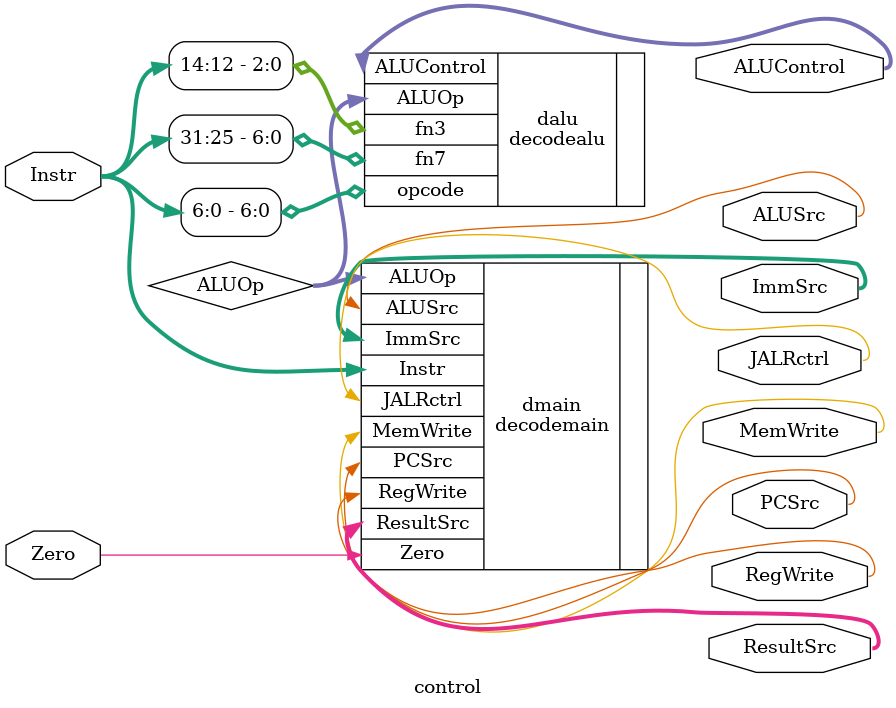
<source format=sv>
module control #(
    parameter D_WIDTH = 32
)(
    input logic Zero, //what does this do?
    input logic [D_WIDTH-1:0] Instr, //will need more than this later , for fn3 and 7

    output logic PCSrc, 
    output logic [1:0] ResultSrc,
    output logic MemWrite,
    output logic [2:0] ALUControl,
    output logic ALUSrc,
    output logic [1:0] ImmSrc,  
    output logic RegWrite,
    output logic JALRctrl                
);

logic [1:0] ALUOp; 

decodemain dmain(
    //.opcode(Instr[6:0]),
    .Instr(Instr),
    .Zero(Zero),
    .PCSrc(PCSrc), 
    .ResultSrc(ResultSrc),
    .MemWrite(MemWrite),
    .ALUSrc(ALUSrc),
    .ImmSrc(ImmSrc),  
    .RegWrite(RegWrite),
    .ALUOp(ALUOp),
    .JALRctrl(JALRctrl)
);

decodealu dalu(
    .opcode(Instr[6:0]),
    .ALUOp(ALUOp),
    .fn3(Instr[14:12]),
    .fn7(Instr[31:25]),
    .ALUControl(ALUControl)
);

endmodule

</source>
